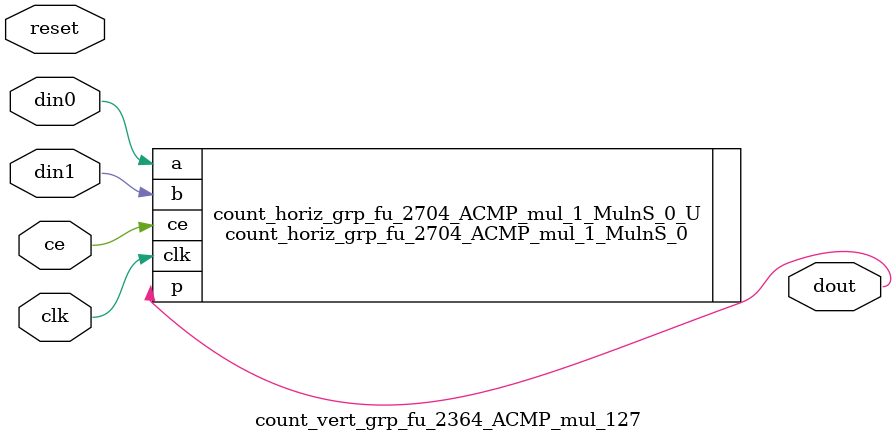
<source format=v>

`timescale 1 ns / 1 ps
module count_vert_grp_fu_2364_ACMP_mul_127(
    clk,
    reset,
    ce,
    din0,
    din1,
    dout);

parameter ID = 32'd1;
parameter NUM_STAGE = 32'd1;
parameter din0_WIDTH = 32'd1;
parameter din1_WIDTH = 32'd1;
parameter dout_WIDTH = 32'd1;
input clk;
input reset;
input ce;
input[din0_WIDTH - 1:0] din0;
input[din1_WIDTH - 1:0] din1;
output[dout_WIDTH - 1:0] dout;



count_horiz_grp_fu_2704_ACMP_mul_1_MulnS_0 count_horiz_grp_fu_2704_ACMP_mul_1_MulnS_0_U(
    .clk( clk ),
    .ce( ce ),
    .a( din0 ),
    .b( din1 ),
    .p( dout ));

endmodule

</source>
